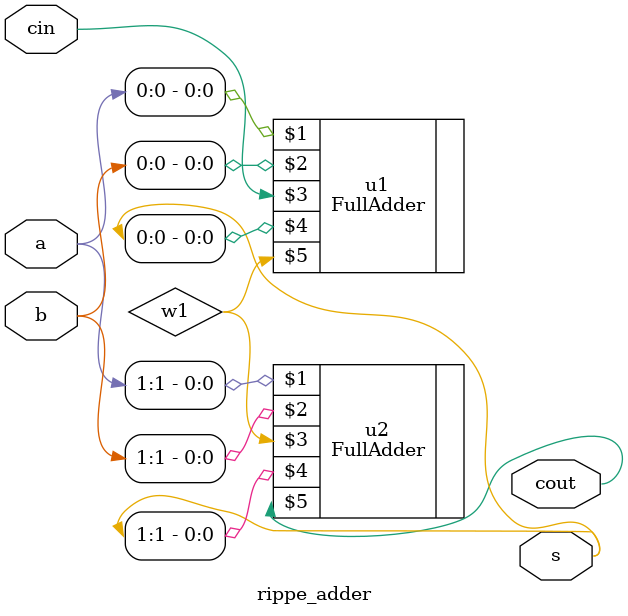
<source format=v>
module rippe_adder(a,b,s,cin,cout);
 input [1:0] a,b;
 input cin;
 output [1:0] s;
 output cout;
 wire w1;
 // instantiating 4 1-bit full adders in Verilog
 FullAdder u1(a[0], b[0],cin,s[0], w1);
 FullAdder u2(a[1],b[1],w1,s[1],cout);
endmodule
</source>
